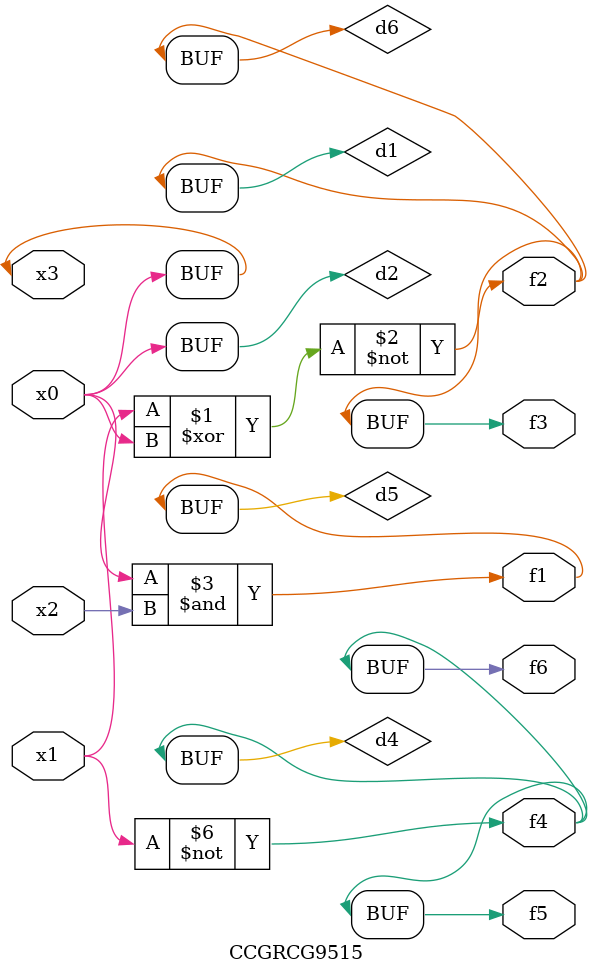
<source format=v>
module CCGRCG9515(
	input x0, x1, x2, x3,
	output f1, f2, f3, f4, f5, f6
);

	wire d1, d2, d3, d4, d5, d6;

	xnor (d1, x1, x3);
	buf (d2, x0, x3);
	nand (d3, x0, x2);
	not (d4, x1);
	nand (d5, d3);
	or (d6, d1);
	assign f1 = d5;
	assign f2 = d6;
	assign f3 = d6;
	assign f4 = d4;
	assign f5 = d4;
	assign f6 = d4;
endmodule

</source>
